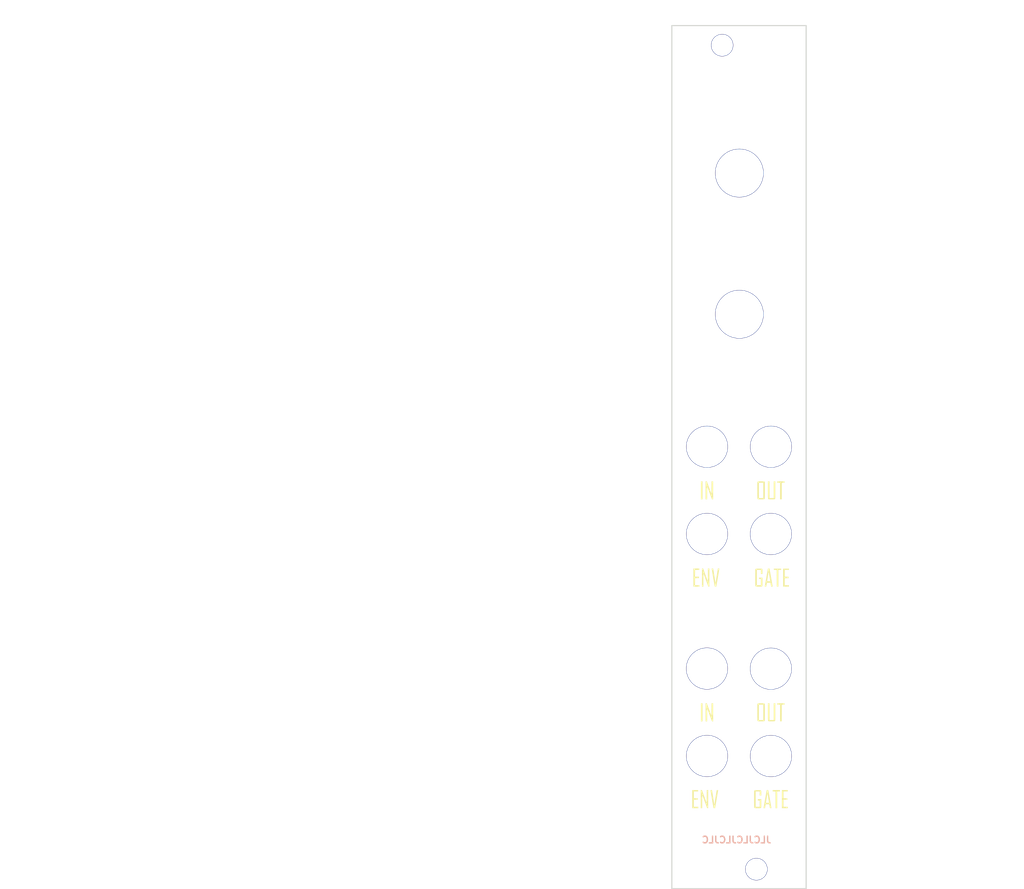
<source format=kicad_pcb>
(kicad_pcb (version 20171130) (host pcbnew "(5.1.8)-1")

  (general
    (thickness 1.6)
    (drawings 25)
    (tracks 0)
    (zones 0)
    (modules 22)
    (nets 1)
  )

  (page A4)
  (layers
    (0 F.Cu signal)
    (31 B.Cu signal)
    (32 B.Adhes user)
    (33 F.Adhes user)
    (34 B.Paste user)
    (35 F.Paste user)
    (36 B.SilkS user)
    (37 F.SilkS user)
    (38 B.Mask user)
    (39 F.Mask user)
    (40 Dwgs.User user)
    (41 Cmts.User user)
    (42 Eco1.User user)
    (43 Eco2.User user)
    (44 Edge.Cuts user)
    (45 Margin user)
    (46 B.CrtYd user)
    (47 F.CrtYd user)
    (48 B.Fab user)
    (49 F.Fab user)
  )

  (setup
    (last_trace_width 0.25)
    (trace_clearance 0.2)
    (zone_clearance 0.508)
    (zone_45_only no)
    (trace_min 0.2)
    (via_size 0.6)
    (via_drill 0.4)
    (via_min_size 0.4)
    (via_min_drill 0.3)
    (uvia_size 0.3)
    (uvia_drill 0.1)
    (uvias_allowed no)
    (uvia_min_size 0.2)
    (uvia_min_drill 0.1)
    (edge_width 0.15)
    (segment_width 0.3)
    (pcb_text_width 0.3)
    (pcb_text_size 1.5 1.5)
    (mod_edge_width 0.15)
    (mod_text_size 1 1)
    (mod_text_width 0.15)
    (pad_size 6.5 6.5)
    (pad_drill 6.5)
    (pad_to_mask_clearance 0.2)
    (aux_axis_origin 0 0)
    (visible_elements 7FFFFFFF)
    (pcbplotparams
      (layerselection 0x010fc_ffffffff)
      (usegerberextensions false)
      (usegerberattributes false)
      (usegerberadvancedattributes true)
      (creategerberjobfile true)
      (excludeedgelayer true)
      (linewidth 0.100000)
      (plotframeref false)
      (viasonmask false)
      (mode 1)
      (useauxorigin false)
      (hpglpennumber 1)
      (hpglpenspeed 20)
      (hpglpendiameter 15.000000)
      (psnegative false)
      (psa4output false)
      (plotreference false)
      (plotvalue false)
      (plotinvisibletext false)
      (padsonsilk false)
      (subtractmaskfromsilk false)
      (outputformat 1)
      (mirror false)
      (drillshape 0)
      (scaleselection 1)
      (outputdirectory "Gerber/"))
  )

  (net 0 "")

  (net_class Default "Dies ist die voreingestellte Netzklasse."
    (clearance 0.2)
    (trace_width 0.25)
    (via_dia 0.6)
    (via_drill 0.4)
    (uvia_dia 0.3)
    (uvia_drill 0.1)
  )

  (module Eigenes:pannel_ears_in (layer F.Cu) (tedit 0) (tstamp 5FF642B5)
    (at 111.92 117.23)
    (fp_text reference G*** (at 0 0) (layer F.SilkS) hide
      (effects (font (size 1.524 1.524) (thickness 0.3)))
    )
    (fp_text value LOGO (at 0.75 0) (layer F.SilkS) hide
      (effects (font (size 1.524 1.524) (thickness 0.3)))
    )
    (fp_poly (pts (xy -0.047687 -0.478821) (xy -0.014271 -0.438838) (xy 0.005864 -0.405498) (xy 0.035718 -0.35736)
      (xy 0.06251 -0.322615) (xy 0.076208 -0.311148) (xy 0.100573 -0.315974) (xy 0.142093 -0.336987)
      (xy 0.185908 -0.365581) (xy 0.234469 -0.399138) (xy 0.264425 -0.414481) (xy 0.283932 -0.414189)
      (xy 0.300258 -0.401734) (xy 0.314055 -0.384037) (xy 0.318138 -0.361822) (xy 0.312328 -0.325626)
      (xy 0.297767 -0.270685) (xy 0.283505 -0.216319) (xy 0.27502 -0.176842) (xy 0.274047 -0.161502)
      (xy 0.292183 -0.155766) (xy 0.334305 -0.145493) (xy 0.389726 -0.133247) (xy 0.451075 -0.118344)
      (xy 0.486047 -0.103782) (xy 0.50191 -0.085826) (xy 0.505003 -0.074017) (xy 0.501065 -0.049472)
      (xy 0.478073 -0.024417) (xy 0.430484 0.00669) (xy 0.416043 0.014964) (xy 0.367438 0.044246)
      (xy 0.333451 0.068257) (xy 0.321948 0.080858) (xy 0.330761 0.100545) (xy 0.353765 0.139322)
      (xy 0.382984 0.184282) (xy 0.415459 0.234806) (xy 0.43005 0.266183) (xy 0.429259 0.286337)
      (xy 0.419389 0.299547) (xy 0.401777 0.312051) (xy 0.377174 0.315073) (xy 0.336394 0.308415)
      (xy 0.288699 0.296697) (xy 0.233759 0.283364) (xy 0.19383 0.275378) (xy 0.178093 0.274401)
      (xy 0.172539 0.292344) (xy 0.1624 0.33431) (xy 0.150191 0.389726) (xy 0.130344 0.46203)
      (xy 0.10753 0.500761) (xy 0.080109 0.506209) (xy 0.046444 0.478664) (xy 0.004895 0.418416)
      (xy 0.003286 0.415733) (xy -0.027222 0.36753) (xy -0.051919 0.333686) (xy -0.064719 0.321948)
      (xy -0.083969 0.33075) (xy -0.122415 0.353726) (xy -0.167337 0.382984) (xy -0.217478 0.415391)
      (xy -0.248461 0.430148) (xy -0.268423 0.429695) (xy -0.284026 0.417965) (xy -0.29763 0.400043)
      (xy -0.301199 0.376947) (xy -0.294584 0.338966) (xy -0.282126 0.292275) (xy -0.267357 0.23811)
      (xy -0.257225 0.198028) (xy -0.25417 0.182582) (xy -0.269499 0.174912) (xy -0.30988 0.164109)
      (xy -0.366898 0.152391) (xy -0.372782 0.151327) (xy -0.435492 0.138818) (xy -0.47152 0.127089)
      (xy -0.487821 0.112819) (xy -0.491377 0.094718) (xy -0.478528 0.064193) (xy -0.437767 0.030425)
      (xy -0.407261 0.012072) (xy -0.359213 -0.01683) (xy -0.323992 -0.041549) (xy -0.312223 -0.05286)
      (xy -0.31558 -0.074793) (xy -0.334975 -0.115041) (xy -0.365153 -0.163292) (xy -0.398747 -0.214072)
      (xy -0.414453 -0.245662) (xy -0.41481 -0.265913) (xy -0.403417 -0.28163) (xy -0.385623 -0.294913)
      (xy -0.36205 -0.298533) (xy -0.323142 -0.29242) (xy -0.27542 -0.280702) (xy -0.220619 -0.266837)
      (xy -0.180193 -0.257235) (xy -0.164303 -0.25417) (xy -0.157289 -0.269494) (xy -0.146965 -0.30986)
      (xy -0.135451 -0.366861) (xy -0.134382 -0.372782) (xy -0.121873 -0.435492) (xy -0.110144 -0.47152)
      (xy -0.095874 -0.487821) (xy -0.077773 -0.491377) (xy -0.047687 -0.478821)) (layer F.Mask) (width 0.01))
    (fp_poly (pts (xy 0.299164 -1.455114) (xy 0.509564 -1.397492) (xy 0.71409 -1.308401) (xy 0.787012 -1.267756)
      (xy 0.88358 -1.200724) (xy 0.987715 -1.111812) (xy 1.091371 -1.009216) (xy 1.1865 -0.901133)
      (xy 1.265056 -0.795762) (xy 1.291318 -0.754036) (xy 1.370905 -0.595581) (xy 1.433942 -0.422356)
      (xy 1.47823 -0.243427) (xy 1.501568 -0.067859) (xy 1.501756 0.09528) (xy 1.500615 0.108487)
      (xy 1.465527 0.335248) (xy 1.404058 0.542338) (xy 1.314745 0.733058) (xy 1.196127 0.910706)
      (xy 1.090405 1.033804) (xy 0.927996 1.185044) (xy 0.754265 1.305495) (xy 0.566889 1.396204)
      (xy 0.363545 1.458212) (xy 0.141911 1.492564) (xy 0.05673 1.498384) (xy -0.047618 1.501665)
      (xy -0.130862 1.499707) (xy -0.205497 1.491697) (xy -0.284017 1.47682) (xy -0.288059 1.475928)
      (xy -0.500849 1.414716) (xy -0.692788 1.329049) (xy -0.869035 1.216191) (xy -1.018806 1.088824)
      (xy -1.173052 0.920179) (xy -1.29589 0.738837) (xy -1.387477 0.544429) (xy -1.447974 0.336588)
      (xy -1.468403 0.183437) (xy -0.995907 0.183437) (xy -0.982117 0.19137) (xy -0.941137 0.202688)
      (xy -0.879311 0.215877) (xy -0.803502 0.22934) (xy -0.60645 0.261357) (xy -0.546022 0.355195)
      (xy -0.485593 0.449033) (xy -0.537434 0.648132) (xy -0.556481 0.724477) (xy -0.570567 0.787288)
      (xy -0.5784 0.830291) (xy -0.578688 0.847212) (xy -0.578461 0.847261) (xy -0.561004 0.838239)
      (xy -0.52168 0.813694) (xy -0.466444 0.777452) (xy -0.40574 0.73641) (xy -0.243835 0.625528)
      (xy -0.133631 0.646434) (xy -0.023427 0.667339) (xy 0.074466 0.842009) (xy 0.113622 0.91013)
      (xy 0.147494 0.965824) (xy 0.172417 1.003276) (xy 0.184629 1.016678) (xy 0.192162 1.001051)
      (xy 0.203213 0.958676) (xy 0.216207 0.896307) (xy 0.227704 0.832012) (xy 0.241082 0.755916)
      (xy 0.253588 0.692054) (xy 0.263669 0.647953) (xy 0.269048 0.631794) (xy 0.287919 0.614446)
      (xy 0.325949 0.585517) (xy 0.363325 0.559239) (xy 0.447064 0.502236) (xy 0.638717 0.550432)
      (xy 0.714632 0.568645) (xy 0.777887 0.582165) (xy 0.821677 0.58965) (xy 0.839062 0.589935)
      (xy 0.833331 0.573555) (xy 0.811224 0.535581) (xy 0.776326 0.481807) (xy 0.735689 0.422912)
      (xy 0.623624 0.264582) (xy 0.64726 0.15374) (xy 0.670895 0.042897) (xy 0.843919 -0.056205)
      (xy 0.910664 -0.09583) (xy 0.964048 -0.130208) (xy 0.998606 -0.155623) (xy 1.008917 -0.168295)
      (xy 0.989932 -0.176112) (xy 0.944514 -0.187457) (xy 0.879726 -0.200732) (xy 0.812199 -0.212759)
      (xy 0.623508 -0.244235) (xy 0.565923 -0.334255) (xy 0.535621 -0.386223) (xy 0.515002 -0.430406)
      (xy 0.508971 -0.453598) (xy 0.513715 -0.481601) (xy 0.526003 -0.533722) (xy 0.543772 -0.601578)
      (xy 0.557915 -0.652368) (xy 0.577371 -0.722977) (xy 0.591927 -0.780434) (xy 0.599869 -0.817666)
      (xy 0.60049 -0.82803) (xy 0.58512 -0.82155) (xy 0.547505 -0.799313) (xy 0.493296 -0.764812)
      (xy 0.428139 -0.721536) (xy 0.427917 -0.721386) (xy 0.261082 -0.608527) (xy 0.039098 -0.650637)
      (xy -0.060012 -0.825185) (xy -0.099456 -0.893157) (xy -0.133339 -0.94876) (xy -0.158023 -0.986212)
      (xy -0.169817 -0.999733) (xy -0.176542 -0.984071) (xy -0.18688 -0.941459) (xy -0.199407 -0.878461)
      (xy -0.212319 -0.803967) (xy -0.244128 -0.608201) (xy -0.340781 -0.543658) (xy -0.437435 -0.479116)
      (xy -0.625096 -0.530733) (xy -0.700159 -0.55029) (xy -0.762834 -0.564566) (xy -0.806225 -0.57213)
      (xy -0.823189 -0.571919) (xy -0.818099 -0.554879) (xy -0.796397 -0.516481) (xy -0.76165 -0.462592)
      (xy -0.721814 -0.405193) (xy -0.677222 -0.341222) (xy -0.64121 -0.286442) (xy -0.617774 -0.24714)
      (xy -0.610725 -0.230353) (xy -0.61472 -0.204532) (xy -0.62425 -0.157659) (xy -0.632965 -0.118612)
      (xy -0.654487 -0.025417) (xy -0.822874 0.072067) (xy -0.889984 0.111841) (xy -0.945248 0.146339)
      (xy -0.982597 0.171655) (xy -0.995907 0.183437) (xy -1.468403 0.183437) (xy -1.47754 0.114944)
      (xy -1.480775 0.016945) (xy -1.46648 -0.210922) (xy -1.421167 -0.425195) (xy -1.344649 -0.626358)
      (xy -1.236735 -0.814894) (xy -1.097236 -0.991286) (xy -1.077108 -1.012993) (xy -0.912594 -1.163766)
      (xy -0.732201 -1.286043) (xy -0.539039 -1.379399) (xy -0.336213 -1.443408) (xy -0.126832 -1.477647)
      (xy 0.085996 -1.481691) (xy 0.299164 -1.455114)) (layer F.Mask) (width 0.01))
  )

  (module Eigenes:pannel_ears_in (layer F.Cu) (tedit 0) (tstamp 5FF640B3)
    (at 111.9 84.2)
    (fp_text reference G*** (at 0 0) (layer F.SilkS) hide
      (effects (font (size 1.524 1.524) (thickness 0.3)))
    )
    (fp_text value LOGO (at 0.75 0) (layer F.SilkS) hide
      (effects (font (size 1.524 1.524) (thickness 0.3)))
    )
    (fp_poly (pts (xy -0.047687 -0.478821) (xy -0.014271 -0.438838) (xy 0.005864 -0.405498) (xy 0.035718 -0.35736)
      (xy 0.06251 -0.322615) (xy 0.076208 -0.311148) (xy 0.100573 -0.315974) (xy 0.142093 -0.336987)
      (xy 0.185908 -0.365581) (xy 0.234469 -0.399138) (xy 0.264425 -0.414481) (xy 0.283932 -0.414189)
      (xy 0.300258 -0.401734) (xy 0.314055 -0.384037) (xy 0.318138 -0.361822) (xy 0.312328 -0.325626)
      (xy 0.297767 -0.270685) (xy 0.283505 -0.216319) (xy 0.27502 -0.176842) (xy 0.274047 -0.161502)
      (xy 0.292183 -0.155766) (xy 0.334305 -0.145493) (xy 0.389726 -0.133247) (xy 0.451075 -0.118344)
      (xy 0.486047 -0.103782) (xy 0.50191 -0.085826) (xy 0.505003 -0.074017) (xy 0.501065 -0.049472)
      (xy 0.478073 -0.024417) (xy 0.430484 0.00669) (xy 0.416043 0.014964) (xy 0.367438 0.044246)
      (xy 0.333451 0.068257) (xy 0.321948 0.080858) (xy 0.330761 0.100545) (xy 0.353765 0.139322)
      (xy 0.382984 0.184282) (xy 0.415459 0.234806) (xy 0.43005 0.266183) (xy 0.429259 0.286337)
      (xy 0.419389 0.299547) (xy 0.401777 0.312051) (xy 0.377174 0.315073) (xy 0.336394 0.308415)
      (xy 0.288699 0.296697) (xy 0.233759 0.283364) (xy 0.19383 0.275378) (xy 0.178093 0.274401)
      (xy 0.172539 0.292344) (xy 0.1624 0.33431) (xy 0.150191 0.389726) (xy 0.130344 0.46203)
      (xy 0.10753 0.500761) (xy 0.080109 0.506209) (xy 0.046444 0.478664) (xy 0.004895 0.418416)
      (xy 0.003286 0.415733) (xy -0.027222 0.36753) (xy -0.051919 0.333686) (xy -0.064719 0.321948)
      (xy -0.083969 0.33075) (xy -0.122415 0.353726) (xy -0.167337 0.382984) (xy -0.217478 0.415391)
      (xy -0.248461 0.430148) (xy -0.268423 0.429695) (xy -0.284026 0.417965) (xy -0.29763 0.400043)
      (xy -0.301199 0.376947) (xy -0.294584 0.338966) (xy -0.282126 0.292275) (xy -0.267357 0.23811)
      (xy -0.257225 0.198028) (xy -0.25417 0.182582) (xy -0.269499 0.174912) (xy -0.30988 0.164109)
      (xy -0.366898 0.152391) (xy -0.372782 0.151327) (xy -0.435492 0.138818) (xy -0.47152 0.127089)
      (xy -0.487821 0.112819) (xy -0.491377 0.094718) (xy -0.478528 0.064193) (xy -0.437767 0.030425)
      (xy -0.407261 0.012072) (xy -0.359213 -0.01683) (xy -0.323992 -0.041549) (xy -0.312223 -0.05286)
      (xy -0.31558 -0.074793) (xy -0.334975 -0.115041) (xy -0.365153 -0.163292) (xy -0.398747 -0.214072)
      (xy -0.414453 -0.245662) (xy -0.41481 -0.265913) (xy -0.403417 -0.28163) (xy -0.385623 -0.294913)
      (xy -0.36205 -0.298533) (xy -0.323142 -0.29242) (xy -0.27542 -0.280702) (xy -0.220619 -0.266837)
      (xy -0.180193 -0.257235) (xy -0.164303 -0.25417) (xy -0.157289 -0.269494) (xy -0.146965 -0.30986)
      (xy -0.135451 -0.366861) (xy -0.134382 -0.372782) (xy -0.121873 -0.435492) (xy -0.110144 -0.47152)
      (xy -0.095874 -0.487821) (xy -0.077773 -0.491377) (xy -0.047687 -0.478821)) (layer F.Mask) (width 0.01))
    (fp_poly (pts (xy 0.299164 -1.455114) (xy 0.509564 -1.397492) (xy 0.71409 -1.308401) (xy 0.787012 -1.267756)
      (xy 0.88358 -1.200724) (xy 0.987715 -1.111812) (xy 1.091371 -1.009216) (xy 1.1865 -0.901133)
      (xy 1.265056 -0.795762) (xy 1.291318 -0.754036) (xy 1.370905 -0.595581) (xy 1.433942 -0.422356)
      (xy 1.47823 -0.243427) (xy 1.501568 -0.067859) (xy 1.501756 0.09528) (xy 1.500615 0.108487)
      (xy 1.465527 0.335248) (xy 1.404058 0.542338) (xy 1.314745 0.733058) (xy 1.196127 0.910706)
      (xy 1.090405 1.033804) (xy 0.927996 1.185044) (xy 0.754265 1.305495) (xy 0.566889 1.396204)
      (xy 0.363545 1.458212) (xy 0.141911 1.492564) (xy 0.05673 1.498384) (xy -0.047618 1.501665)
      (xy -0.130862 1.499707) (xy -0.205497 1.491697) (xy -0.284017 1.47682) (xy -0.288059 1.475928)
      (xy -0.500849 1.414716) (xy -0.692788 1.329049) (xy -0.869035 1.216191) (xy -1.018806 1.088824)
      (xy -1.173052 0.920179) (xy -1.29589 0.738837) (xy -1.387477 0.544429) (xy -1.447974 0.336588)
      (xy -1.468403 0.183437) (xy -0.995907 0.183437) (xy -0.982117 0.19137) (xy -0.941137 0.202688)
      (xy -0.879311 0.215877) (xy -0.803502 0.22934) (xy -0.60645 0.261357) (xy -0.546022 0.355195)
      (xy -0.485593 0.449033) (xy -0.537434 0.648132) (xy -0.556481 0.724477) (xy -0.570567 0.787288)
      (xy -0.5784 0.830291) (xy -0.578688 0.847212) (xy -0.578461 0.847261) (xy -0.561004 0.838239)
      (xy -0.52168 0.813694) (xy -0.466444 0.777452) (xy -0.40574 0.73641) (xy -0.243835 0.625528)
      (xy -0.133631 0.646434) (xy -0.023427 0.667339) (xy 0.074466 0.842009) (xy 0.113622 0.91013)
      (xy 0.147494 0.965824) (xy 0.172417 1.003276) (xy 0.184629 1.016678) (xy 0.192162 1.001051)
      (xy 0.203213 0.958676) (xy 0.216207 0.896307) (xy 0.227704 0.832012) (xy 0.241082 0.755916)
      (xy 0.253588 0.692054) (xy 0.263669 0.647953) (xy 0.269048 0.631794) (xy 0.287919 0.614446)
      (xy 0.325949 0.585517) (xy 0.363325 0.559239) (xy 0.447064 0.502236) (xy 0.638717 0.550432)
      (xy 0.714632 0.568645) (xy 0.777887 0.582165) (xy 0.821677 0.58965) (xy 0.839062 0.589935)
      (xy 0.833331 0.573555) (xy 0.811224 0.535581) (xy 0.776326 0.481807) (xy 0.735689 0.422912)
      (xy 0.623624 0.264582) (xy 0.64726 0.15374) (xy 0.670895 0.042897) (xy 0.843919 -0.056205)
      (xy 0.910664 -0.09583) (xy 0.964048 -0.130208) (xy 0.998606 -0.155623) (xy 1.008917 -0.168295)
      (xy 0.989932 -0.176112) (xy 0.944514 -0.187457) (xy 0.879726 -0.200732) (xy 0.812199 -0.212759)
      (xy 0.623508 -0.244235) (xy 0.565923 -0.334255) (xy 0.535621 -0.386223) (xy 0.515002 -0.430406)
      (xy 0.508971 -0.453598) (xy 0.513715 -0.481601) (xy 0.526003 -0.533722) (xy 0.543772 -0.601578)
      (xy 0.557915 -0.652368) (xy 0.577371 -0.722977) (xy 0.591927 -0.780434) (xy 0.599869 -0.817666)
      (xy 0.60049 -0.82803) (xy 0.58512 -0.82155) (xy 0.547505 -0.799313) (xy 0.493296 -0.764812)
      (xy 0.428139 -0.721536) (xy 0.427917 -0.721386) (xy 0.261082 -0.608527) (xy 0.039098 -0.650637)
      (xy -0.060012 -0.825185) (xy -0.099456 -0.893157) (xy -0.133339 -0.94876) (xy -0.158023 -0.986212)
      (xy -0.169817 -0.999733) (xy -0.176542 -0.984071) (xy -0.18688 -0.941459) (xy -0.199407 -0.878461)
      (xy -0.212319 -0.803967) (xy -0.244128 -0.608201) (xy -0.340781 -0.543658) (xy -0.437435 -0.479116)
      (xy -0.625096 -0.530733) (xy -0.700159 -0.55029) (xy -0.762834 -0.564566) (xy -0.806225 -0.57213)
      (xy -0.823189 -0.571919) (xy -0.818099 -0.554879) (xy -0.796397 -0.516481) (xy -0.76165 -0.462592)
      (xy -0.721814 -0.405193) (xy -0.677222 -0.341222) (xy -0.64121 -0.286442) (xy -0.617774 -0.24714)
      (xy -0.610725 -0.230353) (xy -0.61472 -0.204532) (xy -0.62425 -0.157659) (xy -0.632965 -0.118612)
      (xy -0.654487 -0.025417) (xy -0.822874 0.072067) (xy -0.889984 0.111841) (xy -0.945248 0.146339)
      (xy -0.982597 0.171655) (xy -0.995907 0.183437) (xy -1.468403 0.183437) (xy -1.47754 0.114944)
      (xy -1.480775 0.016945) (xy -1.46648 -0.210922) (xy -1.421167 -0.425195) (xy -1.344649 -0.626358)
      (xy -1.236735 -0.814894) (xy -1.097236 -0.991286) (xy -1.077108 -1.012993) (xy -0.912594 -1.163766)
      (xy -0.732201 -1.286043) (xy -0.539039 -1.379399) (xy -0.336213 -1.443408) (xy -0.126832 -1.477647)
      (xy 0.085996 -1.481691) (xy 0.299164 -1.455114)) (layer F.Mask) (width 0.01))
  )

  (module Eigenes:pannel_ears (layer F.Cu) (tedit 5FF596BA) (tstamp 5FF4051D)
    (at 117.82 93.75)
    (fp_text reference G*** (at 0 0) (layer F.SilkS) hide
      (effects (font (size 1.524 1.524) (thickness 0.3)))
    )
    (fp_text value LOGO (at 0.75 0) (layer F.SilkS) hide
      (effects (font (size 1.524 1.524) (thickness 0.3)))
    )
    (fp_poly (pts (xy 6.788589 3.813814) (xy 6.381782 3.813814) (xy 6.381782 6.28008) (xy 6.127527 6.28008)
      (xy 6.127527 3.813814) (xy 5.720721 3.813814) (xy 5.720721 3.610411) (xy 6.788589 3.610411)
      (xy 6.788589 3.813814)) (layer F.SilkS) (width 0.01))
    (fp_poly (pts (xy 4.551151 6.102103) (xy 5.186787 6.102103) (xy 5.186787 3.610411) (xy 5.415616 3.610411)
      (xy 5.415616 4.903167) (xy 5.415533 5.193347) (xy 5.415187 5.436917) (xy 5.414429 5.638116)
      (xy 5.413112 5.801183) (xy 5.411088 5.930359) (xy 5.40821 6.029884) (xy 5.40433 6.103997)
      (xy 5.3993 6.156939) (xy 5.392972 6.192948) (xy 5.3852 6.216266) (xy 5.375834 6.231131)
      (xy 5.369119 6.238002) (xy 5.345624 6.253338) (xy 5.309137 6.264521) (xy 5.252249 6.272169)
      (xy 5.167553 6.276898) (xy 5.047638 6.279327) (xy 4.885096 6.280074) (xy 4.864551 6.28008)
      (xy 4.699485 6.279631) (xy 4.577754 6.277816) (xy 4.491845 6.273937) (xy 4.434245 6.267297)
      (xy 4.397444 6.257196) (xy 4.373929 6.242937) (xy 4.364401 6.233584) (xy 4.354892 6.219318)
      (xy 4.346918 6.196521) (xy 4.340347 6.160978) (xy 4.335045 6.108475) (xy 4.33088 6.034798)
      (xy 4.327719 5.935734) (xy 4.325429 5.807068) (xy 4.323877 5.644586) (xy 4.322931 5.444074)
      (xy 4.322457 5.201319) (xy 4.322322 4.912106) (xy 4.322322 3.610411) (xy 4.551151 3.610411)
      (xy 4.551151 6.102103)) (layer F.SilkS) (width 0.01))
    (fp_poly (pts (xy 3.469777 3.611191) (xy 3.596432 3.613912) (xy 3.686973 3.619147) (xy 3.748758 3.627469)
      (xy 3.789146 3.639451) (xy 3.808156 3.649991) (xy 3.864665 3.689571) (xy 3.864665 4.942747)
      (xy 3.864578 5.228113) (xy 3.864215 5.466939) (xy 3.863421 5.663534) (xy 3.862041 5.822211)
      (xy 3.859921 5.947279) (xy 3.856905 6.043048) (xy 3.85284 6.113828) (xy 3.847569 6.163932)
      (xy 3.84094 6.197668) (xy 3.832796 6.219347) (xy 3.822983 6.23328) (xy 3.818168 6.238002)
      (xy 3.795082 6.253107) (xy 3.759235 6.264188) (xy 3.703353 6.271834) (xy 3.620161 6.276635)
      (xy 3.502385 6.279178) (xy 3.342751 6.280053) (xy 3.298389 6.28008) (xy 3.132274 6.279856)
      (xy 3.009618 6.27864) (xy 2.923029 6.275618) (xy 2.865117 6.269975) (xy 2.828489 6.260897)
      (xy 2.805754 6.24757) (xy 2.789521 6.229179) (xy 2.785526 6.223572) (xy 2.776315 6.205308)
      (xy 2.768624 6.176252) (xy 2.762322 6.132111) (xy 2.757276 6.068594) (xy 2.753353 5.981408)
      (xy 2.750422 5.866262) (xy 2.748349 5.718863) (xy 2.747003 5.53492) (xy 2.746252 5.310141)
      (xy 2.745963 5.040232) (xy 2.745946 4.939588) (xy 2.746006 4.657985) (xy 2.746303 4.42283)
      (xy 2.747012 4.22972) (xy 2.748307 4.074252) (xy 2.750365 3.952024) (xy 2.753361 3.858631)
      (xy 2.75603 3.813814) (xy 2.974775 3.813814) (xy 2.974775 4.941008) (xy 2.975145 5.175664)
      (xy 2.976206 5.394535) (xy 2.97788 5.592403) (xy 2.980088 5.764055) (xy 2.982756 5.904275)
      (xy 2.985803 6.007848) (xy 2.989155 6.069558) (xy 2.991725 6.085152) (xy 3.02231 6.09165)
      (xy 3.09334 6.096995) (xy 3.194412 6.100656) (xy 3.315125 6.102098) (xy 3.322256 6.102103)
      (xy 3.635836 6.102103) (xy 3.635836 3.813814) (xy 2.974775 3.813814) (xy 2.75603 3.813814)
      (xy 2.757469 3.789673) (xy 2.762864 3.740745) (xy 2.769723 3.707445) (xy 2.778219 3.68537)
      (xy 2.788529 3.670116) (xy 2.796797 3.661262) (xy 2.818532 3.642957) (xy 2.846797 3.629644)
      (xy 2.889367 3.620536) (xy 2.954019 3.614847) (xy 3.048527 3.611791) (xy 3.180668 3.61058)
      (xy 3.299648 3.610411) (xy 3.469777 3.611191)) (layer F.SilkS) (width 0.01))
    (fp_poly (pts (xy -4.862613 3.615232) (xy -4.767267 3.623124) (xy -4.424024 4.572928) (xy -4.080781 5.522733)
      (xy -4.067457 3.610411) (xy -3.839239 3.610411) (xy -3.839239 6.28008) (xy -4.006138 6.28008)
      (xy -4.716416 4.324096) (xy -4.729726 6.28008) (xy -4.957958 6.28008) (xy -4.957958 3.607341)
      (xy -4.862613 3.615232)) (layer F.SilkS) (width 0.01))
    (fp_poly (pts (xy -5.415616 6.28008) (xy -5.644444 6.28008) (xy -5.644444 3.610411) (xy -5.415616 3.610411)
      (xy -5.415616 6.28008)) (layer F.SilkS) (width 0.01))
    (fp_poly (pts (xy 7.44965 16.780781) (xy 6.814014 16.780781) (xy 6.814014 17.796133) (xy 7.386086 17.810511)
      (xy 7.386086 18.013914) (xy 6.814014 18.028292) (xy 6.814014 19.069069) (xy 7.44965 19.069069)
      (xy 7.44965 19.272473) (xy 6.585185 19.272473) (xy 6.585185 16.602803) (xy 7.44965 16.602803)
      (xy 7.44965 16.780781)) (layer F.SilkS) (width 0.01))
    (fp_poly (pts (xy 6.28008 16.780781) (xy 5.873273 16.780781) (xy 5.873273 19.272473) (xy 5.644928 19.272473)
      (xy 5.63833 18.032983) (xy 5.631732 16.793494) (xy 5.421972 16.786109) (xy 5.212212 16.778725)
      (xy 5.212212 16.602803) (xy 6.28008 16.602803) (xy 6.28008 16.780781)) (layer F.SilkS) (width 0.01))
    (fp_poly (pts (xy 4.520649 16.577778) (xy 4.550822 16.582388) (xy 4.551856 16.583734) (xy 4.556293 16.609237)
      (xy 4.568786 16.68019) (xy 4.588516 16.791976) (xy 4.614669 16.939975) (xy 4.646426 17.119566)
      (xy 4.682972 17.326131) (xy 4.723489 17.555051) (xy 4.767161 17.801705) (xy 4.788984 17.924925)
      (xy 5.025405 19.25976) (xy 4.924282 19.267766) (xy 4.855167 19.266274) (xy 4.81054 19.252356)
      (xy 4.805421 19.247073) (xy 4.79401 19.210121) (xy 4.778815 19.1362) (xy 4.762483 19.038783)
      (xy 4.756405 18.997526) (xy 4.738704 18.867821) (xy 4.72339 18.779966) (xy 4.702033 18.726122)
      (xy 4.666204 18.698452) (xy 4.607472 18.689118) (xy 4.517407 18.690283) (xy 4.429092 18.693204)
      (xy 4.15844 18.700401) (xy 4.126076 18.903804) (xy 4.103584 19.047139) (xy 4.086984 19.147903)
      (xy 4.072833 19.213512) (xy 4.057688 19.25138) (xy 4.038106 19.268924) (xy 4.010643 19.273558)
      (xy 3.971855 19.272699) (xy 3.954882 19.272473) (xy 3.885722 19.269176) (xy 3.855884 19.255963)
      (xy 3.854051 19.227978) (xy 3.860625 19.19369) (xy 3.874862 19.115918) (xy 3.895752 19.000349)
      (xy 3.922286 18.852667) (xy 3.953454 18.678558) (xy 3.988247 18.483707) (xy 3.992005 18.462614)
      (xy 4.195195 18.462614) (xy 4.218783 18.471891) (xy 4.282217 18.479183) (xy 4.374502 18.483515)
      (xy 4.438757 18.484285) (xy 4.682319 18.484285) (xy 4.667915 18.414365) (xy 4.660056 18.370736)
      (xy 4.645466 18.284492) (xy 4.625395 18.163235) (xy 4.601095 18.01457) (xy 4.573817 17.846102)
      (xy 4.549786 17.69652) (xy 4.521463 17.52143) (xy 4.495364 17.363558) (xy 4.472652 17.229653)
      (xy 4.454487 17.126464) (xy 4.44203 17.06074) (xy 4.436681 17.039218) (xy 4.426729 17.054614)
      (xy 4.414496 17.104626) (xy 4.412612 17.11507) (xy 4.397449 17.204589) (xy 4.377538 17.324412)
      (xy 4.354156 17.466627) (xy 4.328579 17.623322) (xy 4.302084 17.786585) (xy 4.275947 17.948504)
      (xy 4.251445 18.101168) (xy 4.229855 18.236665) (xy 4.212452 18.347082) (xy 4.200514 18.424508)
      (xy 4.195317 18.461031) (xy 4.195195 18.462614) (xy 3.992005 18.462614) (xy 4.025654 18.2738)
      (xy 4.064667 18.054522) (xy 4.104275 17.831559) (xy 4.143469 17.610595) (xy 4.181239 17.397318)
      (xy 4.216576 17.197411) (xy 4.248469 17.01656) (xy 4.27591 16.860451) (xy 4.297889 16.734769)
      (xy 4.313396 16.645199) (xy 4.321421 16.597428) (xy 4.322322 16.591074) (xy 4.344484 16.584238)
      (xy 4.397947 16.579327) (xy 4.46318 16.576965) (xy 4.520649 16.577778)) (layer F.SilkS) (width 0.01))
    (fp_poly (pts (xy 3.141748 16.603276) (xy 3.261093 16.605181) (xy 3.344863 16.609246) (xy 3.400694 16.616199)
      (xy 3.436221 16.62677) (xy 3.459079 16.641685) (xy 3.46663 16.6493) (xy 3.484105 16.676794)
      (xy 3.496127 16.719713) (xy 3.503619 16.786701) (xy 3.507502 16.8864) (xy 3.508701 17.027455)
      (xy 3.508709 17.043394) (xy 3.508709 17.390991) (xy 3.27988 17.390991) (xy 3.27988 16.780781)
      (xy 2.66967 16.780781) (xy 2.66967 19.069069) (xy 3.27988 19.069069) (xy 3.27988 18.128329)
      (xy 3.0002 18.128329) (xy 3.0002 17.950351) (xy 3.508709 17.950351) (xy 3.508709 18.560561)
      (xy 3.508492 18.7529) (xy 3.507509 18.900895) (xy 3.505258 19.011053) (xy 3.50124 19.089879)
      (xy 3.494954 19.14388) (xy 3.485899 19.179563) (xy 3.473575 19.203434) (xy 3.457858 19.221622)
      (xy 3.435602 19.240295) (xy 3.406621 19.253761) (xy 3.362924 19.262861) (xy 3.296521 19.268436)
      (xy 3.19942 19.271328) (xy 3.063631 19.272376) (xy 2.974775 19.272473) (xy 2.815632 19.272051)
      (xy 2.699346 19.270226) (xy 2.617926 19.266156) (xy 2.563381 19.259) (xy 2.527721 19.247916)
      (xy 2.502954 19.232064) (xy 2.491692 19.221622) (xy 2.480091 19.208585) (xy 2.470402 19.191788)
      (xy 2.462454 19.166856) (xy 2.456074 19.129412) (xy 2.45109 19.075082) (xy 2.447331 18.999492)
      (xy 2.444623 18.898265) (xy 2.442796 18.767026) (xy 2.441676 18.601401) (xy 2.441092 18.397015)
      (xy 2.440871 18.149491) (xy 2.440841 17.928866) (xy 2.440929 17.644884) (xy 2.441296 17.407423)
      (xy 2.442101 17.212149) (xy 2.4435 17.054732) (xy 2.445649 16.930842) (xy 2.448706 16.836146)
      (xy 2.452827 16.766314) (xy 2.45817 16.717014) (xy 2.46489 16.683916) (xy 2.473145 16.662688)
      (xy 2.483092 16.648998) (xy 2.487337 16.644882) (xy 2.511194 16.629342) (xy 2.54825 16.618072)
      (xy 2.606031 16.610427) (xy 2.692065 16.605763) (xy 2.813877 16.603436) (xy 2.978994 16.602803)
      (xy 2.979192 16.602803) (xy 3.141748 16.603276)) (layer F.SilkS) (width 0.01))
    (fp_poly (pts (xy -3.027386 16.580774) (xy -3.007368 16.582143) (xy -2.907541 16.59009) (xy -3.368869 19.272352)
      (xy -3.476443 19.272412) (xy -3.546991 19.268059) (xy -3.582526 19.250039) (xy -3.597531 19.215266)
      (xy -3.605934 19.172948) (xy -3.621536 19.087729) (xy -3.643341 18.965422) (xy -3.670356 18.811842)
      (xy -3.701583 18.632803) (xy -3.736029 18.43412) (xy -3.772697 18.221607) (xy -3.810592 18.001078)
      (xy -3.848719 17.778348) (xy -3.886082 17.559232) (xy -3.921687 17.349543) (xy -3.954538 17.155097)
      (xy -3.983639 16.981707) (xy -4.007995 16.835189) (xy -4.026611 16.721356) (xy -4.038492 16.646023)
      (xy -4.042643 16.615042) (xy -4.031643 16.589453) (xy -3.990966 16.580379) (xy -3.934585 16.582272)
      (xy -3.826527 16.59009) (xy -3.709354 17.340141) (xy -3.660118 17.654986) (xy -3.618061 17.922998)
      (xy -3.582597 18.147597) (xy -3.553137 18.332204) (xy -3.529097 18.480239) (xy -3.509888 18.595124)
      (xy -3.494924 18.680279) (xy -3.483617 18.739124) (xy -3.475382 18.775081) (xy -3.46963 18.79157)
      (xy -3.465775 18.792011) (xy -3.463231 18.779827) (xy -3.462879 18.776677) (xy -3.456093 18.723913)
      (xy -3.442744 18.630816) (xy -3.423817 18.503634) (xy -3.400295 18.34861) (xy -3.373161 18.171989)
      (xy -3.343399 17.980018) (xy -3.311992 17.77894) (xy -3.279926 17.575002) (xy -3.248182 17.374448)
      (xy -3.217744 17.183524) (xy -3.189597 17.008474) (xy -3.164723 16.855545) (xy -3.144107 16.73098)
      (xy -3.128732 16.641026) (xy -3.119581 16.591926) (xy -3.117635 16.584636) (xy -3.088048 16.579822)
      (xy -3.027386 16.580774)) (layer F.SilkS) (width 0.01))
    (fp_poly (pts (xy -5.00914 17.448199) (xy -4.935214 17.652288) (xy -4.864999 17.845028) (xy -4.80077 18.020249)
      (xy -4.744808 18.171782) (xy -4.699388 18.293456) (xy -4.666788 18.379104) (xy -4.650102 18.420721)
      (xy -4.638772 18.44517) (xy -4.629535 18.45879) (xy -4.622168 18.457352) (xy -4.616444 18.436627)
      (xy -4.61214 18.392384) (xy -4.609029 18.320395) (xy -4.606888 18.21643) (xy -4.605491 18.076259)
      (xy -4.604613 17.895652) (xy -4.60403 17.67038) (xy -4.603798 17.5499) (xy -4.602002 16.577378)
      (xy -4.398599 16.577378) (xy -4.398599 19.272473) (xy -4.473048 19.272473) (xy -4.517985 19.267239)
      (xy -4.549077 19.243719) (xy -4.577227 19.19019) (xy -4.597165 19.138989) (xy -4.617599 19.083335)
      (xy -4.652842 18.986524) (xy -4.700473 18.855243) (xy -4.758069 18.696177) (xy -4.82321 18.516013)
      (xy -4.893474 18.321436) (xy -4.944791 18.17918) (xy -5.015437 17.98436) (xy -5.081415 17.804516)
      (xy -5.140583 17.645321) (xy -5.190804 17.512447) (xy -5.229937 17.411568) (xy -5.255841 17.348355)
      (xy -5.265619 17.328699) (xy -5.271224 17.347263) (xy -5.276202 17.412828) (xy -5.280462 17.521544)
      (xy -5.283912 17.669565) (xy -5.28646 17.853042) (xy -5.288014 18.068128) (xy -5.288489 18.288509)
      (xy -5.288489 19.272473) (xy -5.491892 19.272473) (xy -5.491892 16.577378) (xy -5.32367 16.577378)
      (xy -5.00914 17.448199)) (layer F.SilkS) (width 0.01))
    (fp_poly (pts (xy -5.898699 16.779216) (xy -6.21016 16.786355) (xy -6.521622 16.793494) (xy -6.528516 17.295646)
      (xy -6.535409 17.797798) (xy -5.94955 17.797798) (xy -5.94955 17.999536) (xy -6.521622 18.013914)
      (xy -6.528494 18.541492) (xy -6.535366 19.069069) (xy -5.873273 19.069069) (xy -5.873273 19.272473)
      (xy -6.763163 19.272473) (xy -6.763163 16.577378) (xy -5.898699 16.577378) (xy -5.898699 16.779216)) (layer F.SilkS) (width 0.01))
    (fp_poly (pts (xy 6.788589 36.841442) (xy 6.382265 36.841442) (xy 6.375667 38.080931) (xy 6.369069 39.320421)
      (xy 6.266445 39.327974) (xy 6.197376 39.32863) (xy 6.151652 39.32097) (xy 6.145674 39.31738)
      (xy 6.142057 39.289074) (xy 6.13868 39.21491) (xy 6.135616 39.099882) (xy 6.132937 38.948983)
      (xy 6.130716 38.767206) (xy 6.129026 38.559543) (xy 6.12794 38.330988) (xy 6.127529 38.086534)
      (xy 6.127527 38.070337) (xy 6.127527 36.841442) (xy 5.720721 36.841442) (xy 5.720721 36.638038)
      (xy 6.788589 36.638038) (xy 6.788589 36.841442)) (layer F.SilkS) (width 0.01))
    (fp_poly (pts (xy 4.551151 39.12973) (xy 5.186787 39.12973) (xy 5.186787 36.638038) (xy 5.415616 36.638038)
      (xy 5.415616 37.930795) (xy 5.415578 38.220163) (xy 5.415351 38.462955) (xy 5.414764 38.663442)
      (xy 5.413648 38.825897) (xy 5.411832 38.954595) (xy 5.409146 39.053808) (xy 5.405419 39.127809)
      (xy 5.400481 39.180872) (xy 5.394162 39.21727) (xy 5.386291 39.241276) (xy 5.376699 39.257163)
      (xy 5.365215 39.269205) (xy 5.362172 39.271986) (xy 5.336881 39.290393) (xy 5.302422 39.303734)
      (xy 5.250551 39.312962) (xy 5.173021 39.31903) (xy 5.061586 39.322892) (xy 4.908 39.3255)
      (xy 4.898158 39.325627) (xy 4.756509 39.326506) (xy 4.631122 39.325563) (xy 4.531547 39.323005)
      (xy 4.467332 39.319037) (xy 4.449449 39.315953) (xy 4.399494 39.2874) (xy 4.366817 39.262312)
      (xy 4.356816 39.250768) (xy 4.348429 39.232241) (xy 4.341516 39.202517) (xy 4.335934 39.15738)
      (xy 4.331544 39.092619) (xy 4.328204 39.004018) (xy 4.325774 38.887364) (xy 4.324113 38.738444)
      (xy 4.323081 38.553043) (xy 4.322535 38.326948) (xy 4.322336 38.055945) (xy 4.322322 37.930795)
      (xy 4.322322 36.638038) (xy 4.551151 36.638038) (xy 4.551151 39.12973)) (layer F.SilkS) (width 0.01))
    (fp_poly (pts (xy 3.470309 36.638417) (xy 3.591201 36.640068) (xy 3.6767 36.643766) (xy 3.734532 36.650285)
      (xy 3.772426 36.660399) (xy 3.798108 36.674883) (xy 3.813814 36.688889) (xy 3.825415 36.701926)
      (xy 3.835103 36.718723) (xy 3.843052 36.743656) (xy 3.849431 36.781099) (xy 3.854415 36.835429)
      (xy 3.858175 36.91102) (xy 3.860882 37.012247) (xy 3.86271 37.143485) (xy 3.86383 37.30911)
      (xy 3.864414 37.513496) (xy 3.864634 37.76102) (xy 3.864665 37.981645) (xy 3.864624 38.264802)
      (xy 3.86438 38.501474) (xy 3.863752 38.696029) (xy 3.86256 38.852832) (xy 3.860622 38.97625)
      (xy 3.857758 39.07065) (xy 3.853787 39.140398) (xy 3.848529 39.189861) (xy 3.841801 39.223405)
      (xy 3.833423 39.245396) (xy 3.823215 39.260202) (xy 3.811219 39.271986) (xy 3.786322 39.290142)
      (xy 3.7524 39.303388) (xy 3.70136 39.31264) (xy 3.625111 39.318815) (xy 3.51556 39.322831)
      (xy 3.364615 39.325604) (xy 3.334492 39.326014) (xy 3.189026 39.326537) (xy 3.058186 39.324395)
      (xy 2.951831 39.319953) (xy 2.879824 39.313573) (xy 2.855666 39.308379) (xy 2.799089 39.268206)
      (xy 2.773033 39.234538) (xy 2.76564 39.194428) (xy 2.759424 39.103888) (xy 2.754386 38.962846)
      (xy 2.750522 38.771233) (xy 2.747833 38.528979) (xy 2.746316 38.236014) (xy 2.745946 37.966626)
      (xy 2.746002 37.686352) (xy 2.746289 37.452488) (xy 2.74699 37.260594) (xy 2.748284 37.10623)
      (xy 2.750352 36.984954) (xy 2.753376 36.892327) (xy 2.756469 36.841442) (xy 2.974775 36.841442)
      (xy 2.974775 39.12973) (xy 3.635836 39.12973) (xy 3.635836 36.841442) (xy 2.974775 36.841442)
      (xy 2.756469 36.841442) (xy 2.757536 36.823907) (xy 2.763012 36.775255) (xy 2.769987 36.74193)
      (xy 2.77864 36.719491) (xy 2.789153 36.703498) (xy 2.797787 36.693684) (xy 2.818644 36.673831)
      (xy 2.843852 36.659361) (xy 2.881162 36.649423) (xy 2.938325 36.64317) (xy 3.023091 36.639753)
      (xy 3.143211 36.638326) (xy 3.306296 36.638038) (xy 3.470309 36.638417)) (layer F.SilkS) (width 0.01))
    (fp_poly (pts (xy -4.769584 36.650751) (xy -4.425182 37.602926) (xy -4.080781 38.555101) (xy -4.074119 37.59657)
      (xy -4.067457 36.638038) (xy -3.839239 36.638038) (xy -3.839239 39.336355) (xy -3.921489 39.328388)
      (xy -4.003738 39.320421) (xy -4.716416 37.362663) (xy -4.723071 38.347898) (xy -4.729726 39.333134)
      (xy -4.826892 39.333134) (xy -4.893981 39.32906) (xy -4.936872 39.318984) (xy -4.941008 39.316183)
      (xy -4.944256 39.288225) (xy -4.9473 39.214199) (xy -4.950079 39.098887) (xy -4.952534 38.947074)
      (xy -4.954604 38.763541) (xy -4.95623 38.553071) (xy -4.957351 38.320447) (xy -4.957907 38.070452)
      (xy -4.957958 37.967101) (xy -4.957958 36.634969) (xy -4.769584 36.650751)) (layer F.SilkS) (width 0.01))
    (fp_poly (pts (xy -5.415616 39.333134) (xy -5.644444 39.333134) (xy -5.644444 36.638038) (xy -5.415616 36.638038)
      (xy -5.415616 39.333134)) (layer F.SilkS) (width 0.01))
    (fp_poly (pts (xy 7.271672 49.757558) (xy 6.636036 49.757558) (xy 6.636036 50.77291) (xy 7.208108 50.787288)
      (xy 7.22389 50.977978) (xy 6.636036 50.977978) (xy 6.636036 52.045846) (xy 7.271672 52.045846)
      (xy 7.271672 52.24925) (xy 6.407207 52.24925) (xy 6.407207 49.554155) (xy 7.271672 49.554155)
      (xy 7.271672 49.757558)) (layer F.SilkS) (width 0.01))
    (fp_poly (pts (xy 6.102102 49.757558) (xy 5.695295 49.757558) (xy 5.695295 52.24925) (xy 5.46695 52.24925)
      (xy 5.460352 51.00976) (xy 5.453754 49.770271) (xy 5.034234 49.755501) (xy 5.034234 49.554155)
      (xy 6.102102 49.554155) (xy 6.102102 49.757558)) (layer F.SilkS) (width 0.01))
    (fp_poly (pts (xy 4.329492 49.557018) (xy 4.364622 49.5726) (xy 4.381085 49.611387) (xy 4.386237 49.636787)
      (xy 4.393604 49.677641) (xy 4.408896 49.76342) (xy 4.4312 49.888975) (xy 4.459603 50.049154)
      (xy 4.493193 50.238807) (xy 4.531056 50.452781) (xy 4.572281 50.685927) (xy 4.615954 50.933094)
      (xy 4.623881 50.977978) (xy 4.846159 52.236537) (xy 4.745669 52.244543) (xy 4.676909 52.243023)
      (xy 4.63247 52.229064) (xy 4.627443 52.22385) (xy 4.616032 52.186898) (xy 4.600837 52.112977)
      (xy 4.584505 52.01556) (xy 4.578427 51.974303) (xy 4.560802 51.84523) (xy 4.545433 51.757808)
      (xy 4.523748 51.704001) (xy 4.487176 51.675775) (xy 4.427144 51.665095) (xy 4.335081 51.663926)
      (xy 4.247874 51.664465) (xy 3.973449 51.664465) (xy 3.959096 51.785236) (xy 3.946717 51.876827)
      (xy 3.929354 51.99033) (xy 3.914807 52.077628) (xy 3.88487 52.24925) (xy 3.771352 52.24925)
      (xy 3.701585 52.246299) (xy 3.671469 52.234194) (xy 3.669983 52.208053) (xy 3.670903 52.204755)
      (xy 3.677807 52.171508) (xy 3.692605 52.093187) (xy 3.714391 51.974802) (xy 3.74226 51.821364)
      (xy 3.775307 51.637884) (xy 3.811136 51.437693) (xy 4.017217 51.437693) (xy 4.040327 51.447775)
      (xy 4.100534 51.455062) (xy 4.184156 51.459425) (xy 4.277509 51.46074) (xy 4.36691 51.45888)
      (xy 4.438676 51.453719) (xy 4.479123 51.445129) (xy 4.483034 51.441992) (xy 4.482153 51.413365)
      (xy 4.473972 51.343415) (xy 4.459721 51.239746) (xy 4.440628 51.109961) (xy 4.417921 50.961663)
      (xy 4.392829 50.802457) (xy 4.366582 50.639944) (xy 4.340407 50.48173) (xy 4.315535 50.335417)
      (xy 4.293192 50.208608) (xy 4.274609 50.108907) (xy 4.261013 50.043918) (xy 4.253634 50.021244)
      (xy 4.253453 50.021356) (xy 4.247218 50.047584) (xy 4.234228 50.116219) (xy 4.215785 50.219461)
      (xy 4.19319 50.349509) (xy 4.167743 50.498562) (xy 4.140747 50.658817) (xy 4.113501 50.822476)
      (xy 4.087308 50.981735) (xy 4.063468 51.128795) (xy 4.043283 51.255855) (xy 4.028053 51.355112)
      (xy 4.019081 51.418767) (xy 4.017217 51.437693) (xy 3.811136 51.437693) (xy 3.812626 51.42937)
      (xy 3.853312 51.200834) (xy 3.896459 50.957285) (xy 3.901788 50.927128) (xy 3.945293 50.681059)
      (xy 3.986483 50.44853) (xy 4.02444 50.234685) (xy 4.058247 50.044669) (xy 4.086989 49.883627)
      (xy 4.109748 49.756704) (xy 4.125606 49.669044) (xy 4.133649 49.625791) (xy 4.133994 49.624074)
      (xy 4.148293 49.580222) (xy 4.177651 49.559902) (xy 4.23792 49.554292) (xy 4.259627 49.554155)
      (xy 4.329492 49.557018)) (layer F.SilkS) (width 0.01))
    (fp_poly (pts (xy 3.107648 49.569899) (xy 3.202799 49.581729) (xy 3.266267 49.607583) (xy 3.30443 49.652819)
      (xy 3.323662 49.722799) (xy 3.330339 49.822882) (xy 3.330836 49.958429) (xy 3.330731 50.015753)
      (xy 3.330731 50.367768) (xy 3.101902 50.367768) (xy 3.101902 49.757558) (xy 2.491692 49.757558)
      (xy 2.491692 52.045846) (xy 3.101902 52.045846) (xy 3.101902 51.105106) (xy 2.822222 51.105106)
      (xy 2.822222 50.901702) (xy 3.330731 50.901702) (xy 3.330731 51.524625) (xy 3.330522 51.719156)
      (xy 3.329574 51.869265) (xy 3.327401 51.981383) (xy 3.323517 52.061936) (xy 3.317438 52.117356)
      (xy 3.308678 52.154069) (xy 3.296751 52.178506) (xy 3.281174 52.197096) (xy 3.27988 52.198399)
      (xy 3.257624 52.217072) (xy 3.228643 52.230538) (xy 3.184946 52.239638) (xy 3.118543 52.245213)
      (xy 3.021442 52.248104) (xy 2.885653 52.249153) (xy 2.796797 52.24925) (xy 2.637654 52.248828)
      (xy 2.521368 52.247003) (xy 2.439948 52.242933) (xy 2.385403 52.235776) (xy 2.349743 52.224693)
      (xy 2.324976 52.208841) (xy 2.313714 52.198399) (xy 2.302113 52.185362) (xy 2.292424 52.168565)
      (xy 2.284476 52.143632) (xy 2.278096 52.106189) (xy 2.273112 52.051859) (xy 2.269353 51.976268)
      (xy 2.266645 51.875041) (xy 2.264818 51.743803) (xy 2.263698 51.578178) (xy 2.263114 51.373792)
      (xy 2.262893 51.126268) (xy 2.262863 50.905643) (xy 2.262903 50.62249) (xy 2.263146 50.385822)
      (xy 2.263772 50.191272) (xy 2.264962 50.034474) (xy 2.266898 49.91106) (xy 2.26976 49.816666)
      (xy 2.273729 49.746923) (xy 2.278988 49.697466) (xy 2.285716 49.663929) (xy 2.294095 49.641945)
      (xy 2.304306 49.627147) (xy 2.316383 49.615302) (xy 2.340672 49.597333) (xy 2.373034 49.58441)
      (xy 2.421545 49.57572) (xy 2.49428 49.570448) (xy 2.599314 49.56778) (xy 2.744724 49.566903)
      (xy 2.796797 49.566867) (xy 2.974439 49.566732) (xy 3.107648 49.569899)) (layer F.SilkS) (width 0.01))
    (fp_poly (pts (xy -3.205287 49.557597) (xy -3.185821 49.55892) (xy -3.086469 49.566867) (xy -3.548037 52.236537)
      (xy -3.653356 52.24425) (xy -3.724675 52.2445) (xy -3.760697 52.22849) (xy -3.772235 52.206112)
      (xy -3.779786 52.170268) (xy -3.794692 52.090552) (xy -3.815954 51.972796) (xy -3.842571 51.822829)
      (xy -3.873542 51.646482) (xy -3.907867 51.449586) (xy -3.944544 51.237972) (xy -3.982574 51.017468)
      (xy -4.020954 50.793907) (xy -4.058685 50.573118) (xy -4.094767 50.360932) (xy -4.128197 50.163179)
      (xy -4.157976 49.98569) (xy -4.183102 49.834295) (xy -4.202576 49.714825) (xy -4.215397 49.633111)
      (xy -4.220563 49.594981) (xy -4.220621 49.593651) (xy -4.210681 49.566992) (xy -4.172811 49.557208)
      (xy -4.112634 49.559049) (xy -4.004646 49.566867) (xy -3.887611 50.316917) (xy -3.838498 50.631369)
      (xy -3.79656 50.89898) (xy -3.761206 51.123165) (xy -3.731844 51.307335) (xy -3.70788 51.454905)
      (xy -3.688723 51.569288) (xy -3.67378 51.653898) (xy -3.662459 51.712148) (xy -3.654169 51.747451)
      (xy -3.648316 51.763222) (xy -3.644308 51.762872) (xy -3.641554 51.749817) (xy -3.640569 51.740741)
      (xy -3.634037 51.687888) (xy -3.620886 51.594708) (xy -3.602107 51.467474) (xy -3.578691 51.312461)
      (xy -3.551627 51.135941) (xy -3.521907 50.94419) (xy -3.490522 50.743481) (xy -3.458462 50.540088)
      (xy -3.426717 50.340286) (xy -3.396279 50.150346) (xy -3.368138 49.976545) (xy -3.343284 49.825156)
      (xy -3.322708 49.702452) (xy -3.307402 49.614708) (xy -3.298355 49.568197) (xy -3.296613 49.562412)
      (xy -3.266332 49.556954) (xy -3.205287 49.557597)) (layer F.SilkS) (width 0.01))
    (fp_poly (pts (xy -5.187118 50.424975) (xy -5.113192 50.629065) (xy -5.042977 50.821805) (xy -4.978748 50.997026)
      (xy -4.922786 51.148558) (xy -4.877366 51.270233) (xy -4.844766 51.355881) (xy -4.82808 51.397498)
      (xy -4.81675 51.421947) (xy -4.807513 51.435567) (xy -4.800146 51.434129) (xy -4.794422 51.413404)
      (xy -4.790118 51.369161) (xy -4.787007 51.297172) (xy -4.784866 51.193207) (xy -4.783469 51.053035)
      (xy -4.782591 50.872429) (xy -4.782008 50.647157) (xy -4.781776 50.526677) (xy -4.77998 49.554155)
      (xy -4.576577 49.554155) (xy -4.576577 52.24925) (xy -4.650133 52.24925) (xy -4.715898 52.23372)
      (xy -4.741233 52.204755) (xy -4.753583 52.171491) (xy -4.781202 52.095915) (xy -4.822087 51.983542)
      (xy -4.874237 51.839888) (xy -4.935648 51.670469) (xy -5.004319 51.4808) (xy -5.078249 51.276398)
      (xy -5.089618 51.244945) (xy -5.164155 51.03973) (xy -5.234013 50.849312) (xy -5.297171 50.679059)
      (xy -5.351606 50.534336) (xy -5.395298 50.420512) (xy -5.426226 50.342952) (xy -5.442368 50.307023)
      (xy -5.443463 50.305476) (xy -5.449158 50.323993) (xy -5.454196 50.389677) (xy -5.45849 50.498846)
      (xy -5.461952 50.647821) (xy -5.464492 50.832919) (xy -5.466024 51.05046) (xy -5.466466 51.265286)
      (xy -5.466466 52.24925) (xy -5.66987 52.24925) (xy -5.66987 49.554155) (xy -5.501648 49.554155)
      (xy -5.187118 50.424975)) (layer F.SilkS) (width 0.01))
    (fp_poly (pts (xy -6.076677 49.757558) (xy -6.712312 49.757558) (xy -6.712312 50.774575) (xy -6.127528 50.774575)
      (xy -6.127528 50.977978) (xy -6.712312 50.977978) (xy -6.712312 52.045846) (xy -6.051251 52.045846)
      (xy -6.051251 52.24925) (xy -6.941141 52.24925) (xy -6.941141 49.554155) (xy -6.076677 49.554155)
      (xy -6.076677 49.757558)) (layer F.SilkS) (width 0.01))
  )

  (module Eigenes:pannel_ears_env (layer F.Cu) (tedit 0) (tstamp 5FF642BE)
    (at 117.82 117.18)
    (fp_text reference G*** (at 0 0) (layer F.SilkS) hide
      (effects (font (size 1.524 1.524) (thickness 0.3)))
    )
    (fp_text value LOGO (at 0.75 0) (layer F.SilkS) hide
      (effects (font (size 1.524 1.524) (thickness 0.3)))
    )
    (fp_poly (pts (xy 0.319102 -1.453606) (xy 0.530897 -1.391414) (xy 0.737413 -1.297043) (xy 0.757219 -1.28607)
      (xy 0.856964 -1.220129) (xy 0.964213 -1.132668) (xy 1.071101 -1.031527) (xy 1.16976 -0.924543)
      (xy 1.252325 -0.819555) (xy 1.29967 -0.745564) (xy 1.387119 -0.561454) (xy 1.451122 -0.366303)
      (xy 1.490098 -0.167561) (xy 1.502466 0.027325) (xy 1.493313 0.166598) (xy 1.44862 0.390303)
      (xy 1.37475 0.600272) (xy 1.273615 0.794135) (xy 1.147125 0.96952) (xy 0.997191 1.124057)
      (xy 0.825725 1.255376) (xy 0.634637 1.361105) (xy 0.481879 1.421423) (xy 0.275169 1.476912)
      (xy 0.076244 1.502226) (xy -0.121227 1.498002) (xy -0.194204 1.489224) (xy -0.410707 1.441016)
      (xy -0.615564 1.362434) (xy -0.805829 1.255796) (xy -0.978559 1.123421) (xy -1.13081 0.967628)
      (xy -1.259639 0.790737) (xy -1.362102 0.595065) (xy -1.378053 0.556689) (xy -1.426714 0.41963)
      (xy -1.458235 0.29026) (xy -1.475148 0.154964) (xy -1.479989 0.008472) (xy -1.465102 -0.219386)
      (xy -1.419853 -0.432403) (xy -1.343857 -0.631549) (xy -1.298218 -0.710893) (xy -0.660841 -0.710893)
      (xy -0.660841 -0.002998) (xy -0.660575 0.183699) (xy -0.659738 0.338704) (xy -0.658267 0.464212)
      (xy -0.656102 0.562417) (xy -0.653182 0.635513) (xy -0.649444 0.685693) (xy -0.644828 0.715152)
      (xy -0.640507 0.72523) (xy -0.609907 0.739814) (xy -0.567645 0.745564) (xy -0.52377 0.739364)
      (xy -0.494783 0.72523) (xy -0.487716 0.706828) (xy -0.482285 0.665823) (xy -0.478371 0.599742)
      (xy -0.475857 0.506115) (xy -0.474624 0.382468) (xy -0.47445 0.29944) (xy -0.47445 -0.106016)
      (xy -0.391795 0.019007) (xy -0.247179 0.20921) (xy -0.08124 0.373991) (xy 0.107218 0.514274)
      (xy 0.319395 0.630984) (xy 0.495571 0.703878) (xy 0.600726 0.738906) (xy 0.680465 0.757529)
      (xy 0.738913 0.759953) (xy 0.780193 0.746385) (xy 0.806883 0.719453) (xy 0.82664 0.675492)
      (xy 0.821086 0.63855) (xy 0.787954 0.606091) (xy 0.724975 0.575584) (xy 0.657569 0.552698)
      (xy 0.428794 0.46784) (xy 0.225064 0.360421) (xy 0.045775 0.229828) (xy -0.109674 0.07545)
      (xy -0.241887 -0.103327) (xy -0.351464 -0.307113) (xy -0.439009 -0.536523) (xy -0.450367 -0.57348)
      (xy -0.474461 -0.649914) (xy -0.494105 -0.699727) (xy -0.512551 -0.729296) (xy -0.533051 -0.745003)
      (xy -0.539144 -0.747612) (xy -0.585201 -0.753093) (xy -0.620766 -0.737151) (xy -0.660841 -0.710893)
      (xy -1.298218 -0.710893) (xy -1.236727 -0.817794) (xy -1.098077 -0.992105) (xy -1.069249 -1.022803)
      (xy -0.901172 -1.174241) (xy -0.718208 -1.296406) (xy -0.523237 -1.388883) (xy -0.319139 -1.451257)
      (xy -0.108796 -1.483112) (xy 0.104911 -1.484034) (xy 0.319102 -1.453606)) (layer F.Mask) (width 0.01))
  )

  (module Eigenes:pannel_ears_gate (layer F.Cu) (tedit 0) (tstamp 5FF642BA)
    (at 123.75 117.23)
    (fp_text reference G*** (at 0 0) (layer F.SilkS) hide
      (effects (font (size 1.524 1.524) (thickness 0.3)))
    )
    (fp_text value LOGO (at 0.75 0) (layer F.SilkS) hide
      (effects (font (size 1.524 1.524) (thickness 0.3)))
    )
    (fp_poly (pts (xy 0.148187 -1.483801) (xy 0.216909 -1.475698) (xy 0.433272 -1.427807) (xy 0.63573 -1.350937)
      (xy 0.822207 -1.247633) (xy 0.990624 -1.120445) (xy 1.138903 -0.97192) (xy 1.264966 -0.804604)
      (xy 1.366736 -0.621045) (xy 1.442134 -0.423792) (xy 1.489084 -0.215391) (xy 1.505506 0.00161)
      (xy 1.502448 0.100378) (xy 1.484669 0.265473) (xy 1.451757 0.413329) (xy 1.400059 0.558589)
      (xy 1.372725 0.620492) (xy 1.261763 0.821918) (xy 1.127418 1.000062) (xy 0.972103 1.153624)
      (xy 0.798229 1.281304) (xy 0.608206 1.3818) (xy 0.404447 1.453813) (xy 0.189363 1.496042)
      (xy -0.034636 1.507187) (xy -0.239436 1.489923) (xy -0.422965 1.44719) (xy -0.606658 1.374729)
      (xy -0.78465 1.276161) (xy -0.951073 1.155107) (xy -1.100062 1.015188) (xy -1.19832 0.898065)
      (xy -1.270183 0.788732) (xy -1.339476 0.659245) (xy -1.399611 0.523101) (xy -1.443465 0.395691)
      (xy -1.453795 0.355837) (xy -1.118346 0.355837) (xy -1.118346 0.559173) (xy -0.372782 0.559173)
      (xy -0.372782 -0.338893) (xy 0.372782 -0.338893) (xy 0.372782 0.559173) (xy 1.136907 0.559173)
      (xy 1.131863 0.453269) (xy 1.126818 0.347365) (xy 0.851468 0.342709) (xy 0.576117 0.338053)
      (xy 0.576117 -0.559173) (xy -0.576117 -0.559173) (xy -0.576117 0.355837) (xy -1.118346 0.355837)
      (xy -1.453795 0.355837) (xy -1.458892 0.336177) (xy -1.469582 0.278846) (xy -1.476336 0.215315)
      (xy -1.479956 0.137203) (xy -1.481243 0.036129) (xy -1.481294 0) (xy -1.480815 -0.103279)
      (xy -1.478803 -0.180873) (xy -1.474291 -0.24098) (xy -1.466312 -0.2918) (xy -1.453899 -0.341531)
      (xy -1.436085 -0.398372) (xy -1.433336 -0.406671) (xy -1.344937 -0.628568) (xy -1.235427 -0.824476)
      (xy -1.103588 -0.995838) (xy -0.948205 -1.144101) (xy -0.768061 -1.270709) (xy -0.65208 -1.334624)
      (xy -0.465348 -1.411239) (xy -0.263676 -1.462622) (xy -0.056139 -1.487301) (xy 0.148187 -1.483801)) (layer F.Mask) (width 0.01))
  )

  (module Eigenes:pannel_ears_env (layer F.Cu) (tedit 0) (tstamp 5FF64218)
    (at 117.8 84.15)
    (fp_text reference G*** (at 0 0) (layer F.SilkS) hide
      (effects (font (size 1.524 1.524) (thickness 0.3)))
    )
    (fp_text value LOGO (at 0.75 0) (layer F.SilkS) hide
      (effects (font (size 1.524 1.524) (thickness 0.3)))
    )
    (fp_poly (pts (xy 0.319102 -1.453606) (xy 0.530897 -1.391414) (xy 0.737413 -1.297043) (xy 0.757219 -1.28607)
      (xy 0.856964 -1.220129) (xy 0.964213 -1.132668) (xy 1.071101 -1.031527) (xy 1.16976 -0.924543)
      (xy 1.252325 -0.819555) (xy 1.29967 -0.745564) (xy 1.387119 -0.561454) (xy 1.451122 -0.366303)
      (xy 1.490098 -0.167561) (xy 1.502466 0.027325) (xy 1.493313 0.166598) (xy 1.44862 0.390303)
      (xy 1.37475 0.600272) (xy 1.273615 0.794135) (xy 1.147125 0.96952) (xy 0.997191 1.124057)
      (xy 0.825725 1.255376) (xy 0.634637 1.361105) (xy 0.481879 1.421423) (xy 0.275169 1.476912)
      (xy 0.076244 1.502226) (xy -0.121227 1.498002) (xy -0.194204 1.489224) (xy -0.410707 1.441016)
      (xy -0.615564 1.362434) (xy -0.805829 1.255796) (xy -0.978559 1.123421) (xy -1.13081 0.967628)
      (xy -1.259639 0.790737) (xy -1.362102 0.595065) (xy -1.378053 0.556689) (xy -1.426714 0.41963)
      (xy -1.458235 0.29026) (xy -1.475148 0.154964) (xy -1.479989 0.008472) (xy -1.465102 -0.219386)
      (xy -1.419853 -0.432403) (xy -1.343857 -0.631549) (xy -1.298218 -0.710893) (xy -0.660841 -0.710893)
      (xy -0.660841 -0.002998) (xy -0.660575 0.183699) (xy -0.659738 0.338704) (xy -0.658267 0.464212)
      (xy -0.656102 0.562417) (xy -0.653182 0.635513) (xy -0.649444 0.685693) (xy -0.644828 0.715152)
      (xy -0.640507 0.72523) (xy -0.609907 0.739814) (xy -0.567645 0.745564) (xy -0.52377 0.739364)
      (xy -0.494783 0.72523) (xy -0.487716 0.706828) (xy -0.482285 0.665823) (xy -0.478371 0.599742)
      (xy -0.475857 0.506115) (xy -0.474624 0.382468) (xy -0.47445 0.29944) (xy -0.47445 -0.106016)
      (xy -0.391795 0.019007) (xy -0.247179 0.20921) (xy -0.08124 0.373991) (xy 0.107218 0.514274)
      (xy 0.319395 0.630984) (xy 0.495571 0.703878) (xy 0.600726 0.738906) (xy 0.680465 0.757529)
      (xy 0.738913 0.759953) (xy 0.780193 0.746385) (xy 0.806883 0.719453) (xy 0.82664 0.675492)
      (xy 0.821086 0.63855) (xy 0.787954 0.606091) (xy 0.724975 0.575584) (xy 0.657569 0.552698)
      (xy 0.428794 0.46784) (xy 0.225064 0.360421) (xy 0.045775 0.229828) (xy -0.109674 0.07545)
      (xy -0.241887 -0.103327) (xy -0.351464 -0.307113) (xy -0.439009 -0.536523) (xy -0.450367 -0.57348)
      (xy -0.474461 -0.649914) (xy -0.494105 -0.699727) (xy -0.512551 -0.729296) (xy -0.533051 -0.745003)
      (xy -0.539144 -0.747612) (xy -0.585201 -0.753093) (xy -0.620766 -0.737151) (xy -0.660841 -0.710893)
      (xy -1.298218 -0.710893) (xy -1.236727 -0.817794) (xy -1.098077 -0.992105) (xy -1.069249 -1.022803)
      (xy -0.901172 -1.174241) (xy -0.718208 -1.296406) (xy -0.523237 -1.388883) (xy -0.319139 -1.451257)
      (xy -0.108796 -1.483112) (xy 0.104911 -1.484034) (xy 0.319102 -1.453606)) (layer F.Mask) (width 0.01))
  )

  (module Eigenes:pannel_ears_gate (layer F.Cu) (tedit 0) (tstamp 5FF641A4)
    (at 123.73 84.2)
    (fp_text reference G*** (at 0 0) (layer F.SilkS) hide
      (effects (font (size 1.524 1.524) (thickness 0.3)))
    )
    (fp_text value LOGO (at 0.75 0) (layer F.SilkS) hide
      (effects (font (size 1.524 1.524) (thickness 0.3)))
    )
    (fp_poly (pts (xy 0.148187 -1.483801) (xy 0.216909 -1.475698) (xy 0.433272 -1.427807) (xy 0.63573 -1.350937)
      (xy 0.822207 -1.247633) (xy 0.990624 -1.120445) (xy 1.138903 -0.97192) (xy 1.264966 -0.804604)
      (xy 1.366736 -0.621045) (xy 1.442134 -0.423792) (xy 1.489084 -0.215391) (xy 1.505506 0.00161)
      (xy 1.502448 0.100378) (xy 1.484669 0.265473) (xy 1.451757 0.413329) (xy 1.400059 0.558589)
      (xy 1.372725 0.620492) (xy 1.261763 0.821918) (xy 1.127418 1.000062) (xy 0.972103 1.153624)
      (xy 0.798229 1.281304) (xy 0.608206 1.3818) (xy 0.404447 1.453813) (xy 0.189363 1.496042)
      (xy -0.034636 1.507187) (xy -0.239436 1.489923) (xy -0.422965 1.44719) (xy -0.606658 1.374729)
      (xy -0.78465 1.276161) (xy -0.951073 1.155107) (xy -1.100062 1.015188) (xy -1.19832 0.898065)
      (xy -1.270183 0.788732) (xy -1.339476 0.659245) (xy -1.399611 0.523101) (xy -1.443465 0.395691)
      (xy -1.453795 0.355837) (xy -1.118346 0.355837) (xy -1.118346 0.559173) (xy -0.372782 0.559173)
      (xy -0.372782 -0.338893) (xy 0.372782 -0.338893) (xy 0.372782 0.559173) (xy 1.136907 0.559173)
      (xy 1.131863 0.453269) (xy 1.126818 0.347365) (xy 0.851468 0.342709) (xy 0.576117 0.338053)
      (xy 0.576117 -0.559173) (xy -0.576117 -0.559173) (xy -0.576117 0.355837) (xy -1.118346 0.355837)
      (xy -1.453795 0.355837) (xy -1.458892 0.336177) (xy -1.469582 0.278846) (xy -1.476336 0.215315)
      (xy -1.479956 0.137203) (xy -1.481243 0.036129) (xy -1.481294 0) (xy -1.480815 -0.103279)
      (xy -1.478803 -0.180873) (xy -1.474291 -0.24098) (xy -1.466312 -0.2918) (xy -1.453899 -0.341531)
      (xy -1.436085 -0.398372) (xy -1.433336 -0.406671) (xy -1.344937 -0.628568) (xy -1.235427 -0.824476)
      (xy -1.103588 -0.995838) (xy -0.948205 -1.144101) (xy -0.768061 -1.270709) (xy -0.65208 -1.334624)
      (xy -0.465348 -1.411239) (xy -0.263676 -1.462622) (xy -0.056139 -1.487301) (xy 0.148187 -1.483801)) (layer F.Mask) (width 0.01))
  )

  (module Eigenes:pannel_ears_in (layer F.Cu) (tedit 0) (tstamp 5FF64000)
    (at 156.24 76.99)
    (fp_text reference G*** (at 0 0) (layer F.SilkS) hide
      (effects (font (size 1.524 1.524) (thickness 0.3)))
    )
    (fp_text value LOGO (at 0.75 0) (layer F.SilkS) hide
      (effects (font (size 1.524 1.524) (thickness 0.3)))
    )
  )

  (module Eigenes:pannel_ears_in (layer F.Cu) (tedit 0) (tstamp 5FF63FBD)
    (at 138.19 88.01)
    (fp_text reference G*** (at 0 0) (layer F.SilkS) hide
      (effects (font (size 1.524 1.524) (thickness 0.3)))
    )
    (fp_text value LOGO (at 0.75 0) (layer F.SilkS) hide
      (effects (font (size 1.524 1.524) (thickness 0.3)))
    )
  )

  (module eigenes:Bohrung_3,2mm (layer F.Cu) (tedit 5E8DADA5) (tstamp 5FF3FB84)
    (at 115.33 32.45)
    (fp_text reference REF** (at 3.84 -1.17) (layer F.SilkS) hide
      (effects (font (size 1 1) (thickness 0.15)))
    )
    (fp_text value 3,2mm (at 1.27 -2.54) (layer F.Fab) hide
      (effects (font (size 1 1) (thickness 0.15)))
    )
    (pad 1 thru_hole circle (at 0 0) (size 3.3 3.3) (drill 3.2) (layers *.Cu *.Mask))
  )

  (module eigenes:Bohrung_3,2mm (layer F.Cu) (tedit 5E8DADA5) (tstamp 5FF3FB7C)
    (at 120.42 155.08)
    (fp_text reference REF** (at -0.11 -1.08) (layer F.SilkS) hide
      (effects (font (size 1 1) (thickness 0.15)))
    )
    (fp_text value 3,2mm (at 1.27 -2.54) (layer F.Fab) hide
      (effects (font (size 1 1) (thickness 0.15)))
    )
    (pad 1 thru_hole circle (at 0 0) (size 3.3 3.3) (drill 3.2) (layers *.Cu *.Mask))
  )

  (module eigenes:Bohrung_6,1mm (layer F.Cu) (tedit 5E8DA53C) (tstamp 5FF3FB65)
    (at 122.59 138.24)
    (fp_text reference REF** (at 0 0.5) (layer F.SilkS) hide
      (effects (font (size 1 1) (thickness 0.15)))
    )
    (fp_text value 6,1mm (at 1.27 -2.54) (layer F.Fab) hide
      (effects (font (size 1 1) (thickness 0.15)))
    )
    (pad 1 thru_hole circle (at 0 0) (size 6.2 6.2) (drill 6.1) (layers *.Cu *.Mask))
  )

  (module eigenes:Bohrung_6,1mm (layer F.Cu) (tedit 5E8DA53C) (tstamp 5FF3FB5D)
    (at 113.08 138.23)
    (fp_text reference REF** (at 0 0.5) (layer F.SilkS) hide
      (effects (font (size 1 1) (thickness 0.15)))
    )
    (fp_text value 6,1mm (at 1.27 -2.54) (layer F.Fab) hide
      (effects (font (size 1 1) (thickness 0.15)))
    )
    (pad 1 thru_hole circle (at 0 0) (size 6.2 6.2) (drill 6.1) (layers *.Cu *.Mask))
  )

  (module eigenes:Bohrung_6,1mm (layer F.Cu) (tedit 5E8DA53C) (tstamp 5FF3FB55)
    (at 122.58 125.24)
    (fp_text reference REF** (at 0 0.5) (layer F.SilkS) hide
      (effects (font (size 1 1) (thickness 0.15)))
    )
    (fp_text value 6,1mm (at 1.27 -2.54) (layer F.Fab) hide
      (effects (font (size 1 1) (thickness 0.15)))
    )
    (pad 1 thru_hole circle (at 0 0) (size 6.2 6.2) (drill 6.1) (layers *.Cu *.Mask))
  )

  (module eigenes:Bohrung_6,1mm (layer F.Cu) (tedit 5E8DA53C) (tstamp 5FF3FB4D)
    (at 113.07 125.22)
    (fp_text reference REF** (at 0 0.5) (layer F.SilkS) hide
      (effects (font (size 1 1) (thickness 0.15)))
    )
    (fp_text value 6,1mm (at 1.27 -2.54) (layer F.Fab) hide
      (effects (font (size 1 1) (thickness 0.15)))
    )
    (pad 1 thru_hole circle (at 0 0) (size 6.2 6.2) (drill 6.1) (layers *.Cu *.Mask))
  )

  (module eigenes:Bohrung_6,1mm (layer F.Cu) (tedit 5E8DA53C) (tstamp 5FF3FB45)
    (at 122.58 105.19)
    (fp_text reference REF** (at 0 0.5) (layer F.SilkS) hide
      (effects (font (size 1 1) (thickness 0.15)))
    )
    (fp_text value 6,1mm (at 1.27 -2.54) (layer F.Fab) hide
      (effects (font (size 1 1) (thickness 0.15)))
    )
    (pad 1 thru_hole circle (at 0 0) (size 6.2 6.2) (drill 6.1) (layers *.Cu *.Mask))
  )

  (module eigenes:Bohrung_6,1mm (layer F.Cu) (tedit 5E8DA53C) (tstamp 5FF3FB3D)
    (at 113.08 105.19)
    (fp_text reference REF** (at 0 0.5) (layer F.SilkS) hide
      (effects (font (size 1 1) (thickness 0.15)))
    )
    (fp_text value 6,1mm (at 1.27 -2.54) (layer F.Fab) hide
      (effects (font (size 1 1) (thickness 0.15)))
    )
    (pad 1 thru_hole circle (at 0 0) (size 6.2 6.2) (drill 6.1) (layers *.Cu *.Mask))
  )

  (module eigenes:Bohrung_6,1mm (layer F.Cu) (tedit 5E8DA53C) (tstamp 5FF3FB35)
    (at 122.59 92.21)
    (fp_text reference REF** (at 0 0.5) (layer F.SilkS) hide
      (effects (font (size 1 1) (thickness 0.15)))
    )
    (fp_text value 6,1mm (at 1.27 -2.54) (layer F.Fab) hide
      (effects (font (size 1 1) (thickness 0.15)))
    )
    (pad 1 thru_hole circle (at 0 0) (size 6.2 6.2) (drill 6.1) (layers *.Cu *.Mask))
  )

  (module eigenes:Bohrung_6,1mm (layer F.Cu) (tedit 5E8DA53C) (tstamp 5FF3FB2D)
    (at 113.08 92.21)
    (fp_text reference REF** (at 0 0.5) (layer F.SilkS) hide
      (effects (font (size 1 1) (thickness 0.15)))
    )
    (fp_text value 6,1mm (at 1.27 -2.54) (layer F.Fab) hide
      (effects (font (size 1 1) (thickness 0.15)))
    )
    (pad 1 thru_hole circle (at 0 0) (size 6.2 6.2) (drill 6.1) (layers *.Cu *.Mask))
  )

  (module eigenes:Bohrung_7,1mm (layer F.Cu) (tedit 5E8DA570) (tstamp 5FF3FACF)
    (at 117.89 72.49)
    (fp_text reference REF** (at 0 0.5) (layer F.SilkS) hide
      (effects (font (size 1 1) (thickness 0.15)))
    )
    (fp_text value 6,1mm (at -0.12 -1.68) (layer F.Fab) hide
      (effects (font (size 1 1) (thickness 0.15)))
    )
    (pad 1 thru_hole circle (at 0 0) (size 7.2 7.2) (drill 7.1) (layers *.Cu *.Mask))
  )

  (module eigenes:Bohrung_7,1mm (layer F.Cu) (tedit 5E8DA570) (tstamp 5FF3FAC7)
    (at 117.89 51.48)
    (fp_text reference REF** (at 0 0.5) (layer F.SilkS) hide
      (effects (font (size 1 1) (thickness 0.15)))
    )
    (fp_text value 6,1mm (at -0.12 -1.68) (layer F.Fab) hide
      (effects (font (size 1 1) (thickness 0.15)))
    )
    (pad 1 thru_hole circle (at 0 0) (size 7.2 7.2) (drill 7.1) (layers *.Cu *.Mask))
  )

  (module Eigenes:pannel (layer F.Cu) (tedit 0) (tstamp 5FEF51C2)
    (at 8.1026 90.2716)
    (fp_text reference G*** (at 125.5074 -8.4416) (layer F.SilkS) hide
      (effects (font (size 1.524 1.524) (thickness 0.3)))
    )
    (fp_text value LOGO (at 127.4774 -5.0516) (layer F.SilkS) hide
      (effects (font (size 1.524 1.524) (thickness 0.3)))
    )
  )

  (gr_text "CC-BY-SA 4.0 Lorenz Neumann" (at 118.4148 26.5684) (layer Dwgs.User)
    (effects (font (size 1 1) (thickness 0.15)))
  )
  (gr_circle (center 123.72 117.21) (end 125.22 117.21) (layer F.Mask) (width 0.15) (tstamp 5FF64426))
  (gr_circle (center 123.75 84.2) (end 125.25 84.2) (layer F.Mask) (width 0.15) (tstamp 5FF6428C))
  (gr_poly (pts (xy 111.88 82.8) (xy 112.54 82.92) (xy 113.14 83.48) (xy 113.25 83.84) (xy 113.32 84.31) (xy 113.22 84.73) (xy 112.96 85.15) (xy 112.62 85.48) (xy 112.02 85.71) (xy 111.35 85.55) (xy 110.86 85.26) (xy 110.51 84.67) (xy 110.46 84.11) (xy 110.63 83.53) (xy 110.92 83.13) (xy 111.27 82.89) (xy 111.82 82.77)) (layer B.Mask) (width 0.1) (tstamp 5FF5C12B))
  (gr_circle (center 123.73 117.213283) (end 125.23 117.28) (layer B.Mask) (width 0.15) (tstamp 5FF5C207))
  (gr_poly (pts (xy 123.7 115.8) (xy 124.36 115.92) (xy 124.96 116.48) (xy 125.07 116.84) (xy 125.14 117.31) (xy 125.04 117.73) (xy 124.78 118.15) (xy 124.44 118.48) (xy 123.84 118.71) (xy 123.17 118.55) (xy 122.68 118.26) (xy 122.33 117.67) (xy 122.28 117.11) (xy 122.45 116.53) (xy 122.74 116.13) (xy 123.09 115.89) (xy 123.64 115.77)) (layer B.Mask) (width 0.1) (tstamp 5FF5C206))
  (gr_circle (center 117.82 117.183283) (end 119.32 117.25) (layer B.Mask) (width 0.15) (tstamp 5FF5C1FE))
  (gr_poly (pts (xy 117.79 115.77) (xy 118.45 115.89) (xy 119.05 116.45) (xy 119.16 116.81) (xy 119.23 117.28) (xy 119.13 117.7) (xy 118.87 118.12) (xy 118.53 118.45) (xy 117.93 118.68) (xy 117.26 118.52) (xy 116.77 118.23) (xy 116.42 117.64) (xy 116.37 117.08) (xy 116.54 116.5) (xy 116.83 116.1) (xy 117.18 115.86) (xy 117.73 115.74)) (layer B.Mask) (width 0.1) (tstamp 5FF5C1FD))
  (gr_circle (center 111.91 117.243283) (end 113.41 117.31) (layer B.Mask) (width 0.15) (tstamp 5FF5C1EA))
  (gr_poly (pts (xy 111.88 115.83) (xy 112.54 115.95) (xy 113.14 116.51) (xy 113.25 116.87) (xy 113.32 117.34) (xy 113.22 117.76) (xy 112.96 118.18) (xy 112.62 118.51) (xy 112.02 118.74) (xy 111.35 118.58) (xy 110.86 118.29) (xy 110.51 117.7) (xy 110.46 117.14) (xy 110.63 116.56) (xy 110.92 116.16) (xy 111.27 115.92) (xy 111.82 115.8)) (layer B.Mask) (width 0.1) (tstamp 5FF5C1E9))
  (gr_circle (center 123.75 84.203283) (end 125.25 84.22) (layer B.Mask) (width 0.15) (tstamp 5FF5C1A5))
  (gr_poly (pts (xy 123.72 82.79) (xy 124.38 82.91) (xy 124.98 83.47) (xy 125.09 83.83) (xy 125.16 84.3) (xy 125.06 84.72) (xy 124.8 85.14) (xy 124.46 85.47) (xy 123.86 85.7) (xy 123.19 85.54) (xy 122.7 85.25) (xy 122.35 84.66) (xy 122.3 84.1) (xy 122.47 83.52) (xy 122.76 83.12) (xy 123.11 82.88) (xy 123.66 82.76)) (layer B.Mask) (width 0.1) (tstamp 5FF5C1A8))
  (gr_circle (center 117.82 84.143283) (end 119.32 84.21) (layer B.Mask) (width 0.15) (tstamp 5FF5C131))
  (gr_poly (pts (xy 117.79 82.73) (xy 118.45 82.85) (xy 119.05 83.41) (xy 119.16 83.77) (xy 119.23 84.24) (xy 119.13 84.66) (xy 118.87 85.08) (xy 118.53 85.41) (xy 117.93 85.64) (xy 117.26 85.48) (xy 116.77 85.19) (xy 116.42 84.6) (xy 116.37 84.04) (xy 116.54 83.46) (xy 116.83 83.06) (xy 117.18 82.82) (xy 117.73 82.7)) (layer B.Mask) (width 0.1) (tstamp 5FF5C130))
  (gr_circle (center 111.91 84.213283) (end 113.4 84.23) (layer B.Mask) (width 0.15) (tstamp 5FF5C12C))
  (gr_circle (center 117.82 117.19) (end 119.32 117.19) (layer F.Mask) (width 0.15) (tstamp 5FF5C868))
  (gr_line (start 107.84 157.98) (end 107.84 29.53) (layer Edge.Cuts) (width 0.15) (tstamp 5FF5C5D0))
  (gr_line (start 127.83 157.98) (end 107.84 157.98) (layer Edge.Cuts) (width 0.15) (tstamp 5FF5C5E4))
  (gr_line (start 127.83 29.53) (end 127.83 157.98) (layer Edge.Cuts) (width 0.15))
  (gr_line (start 107.84 29.53) (end 127.83 29.53) (layer Edge.Cuts) (width 0.15))
  (gr_circle (center 111.92 117.25) (end 113.42 117.25) (layer F.Mask) (width 0.15) (tstamp 5FF59974))
  (gr_circle (center 117.83 117.19) (end 119.33 117.19) (layer F.Mask) (width 0.15) (tstamp 5FF5996F))
  (gr_circle (center 111.91 84.21) (end 113.41 84.21) (layer F.Mask) (width 0.15) (tstamp 5FF59520))
  (gr_circle (center 117.82 84.15) (end 119.32 84.15) (layer F.Mask) (width 0.15))
  (gr_text JLCJLCJLCJLC (at 117.47 150.71) (layer B.SilkS) (tstamp 5FF40448)
    (effects (font (size 1 1) (thickness 0.2)) (justify mirror))
  )

)

</source>
